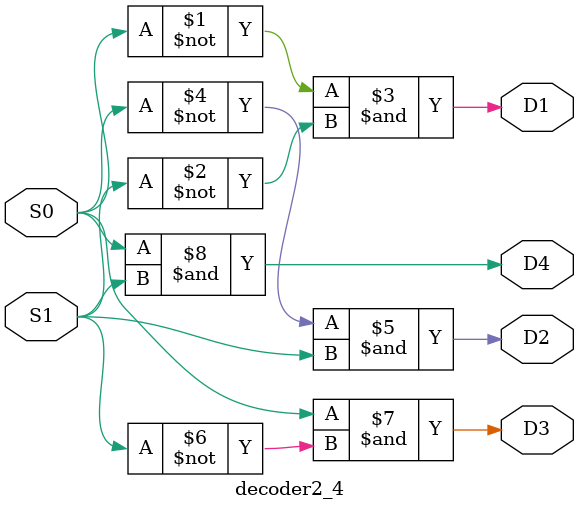
<source format=v>
module decoder2_4(input S0,S1, output D1,D2,D3,D4);

assign D1= ~S0 & ~S1;
assign D2= ~S0 & S1;
assign D3= S0 & ~S1;
assign D4= S0 & S1;

endmodule
</source>
